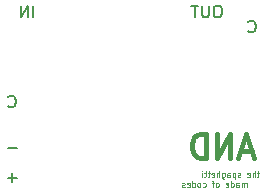
<source format=gbo>
G04 #@! TF.GenerationSoftware,KiCad,Pcbnew,(5.1.6)-1*
G04 #@! TF.CreationDate,2020-05-31T11:46:44+09:00*
G04 #@! TF.ProjectId,AND,414e442e-6b69-4636-9164-5f7063625858,rev?*
G04 #@! TF.SameCoordinates,Original*
G04 #@! TF.FileFunction,Legend,Bot*
G04 #@! TF.FilePolarity,Positive*
%FSLAX46Y46*%
G04 Gerber Fmt 4.6, Leading zero omitted, Abs format (unit mm)*
G04 Created by KiCad (PCBNEW (5.1.6)-1) date 2020-05-31 11:46:44*
%MOMM*%
%LPD*%
G01*
G04 APERTURE LIST*
%ADD10C,0.400000*%
%ADD11C,0.200000*%
%ADD12C,0.100000*%
G04 APERTURE END LIST*
D10*
X160003809Y-84153333D02*
X159051428Y-84153333D01*
X160194285Y-84724761D02*
X159527619Y-82724761D01*
X158860952Y-84724761D01*
X158194285Y-84724761D02*
X158194285Y-82724761D01*
X157051428Y-84724761D01*
X157051428Y-82724761D01*
X156099047Y-84724761D02*
X156099047Y-82724761D01*
X155622857Y-82724761D01*
X155337142Y-82820000D01*
X155146666Y-83010476D01*
X155051428Y-83200952D01*
X154956190Y-83581904D01*
X154956190Y-83867619D01*
X155051428Y-84248571D01*
X155146666Y-84439047D01*
X155337142Y-84629523D01*
X155622857Y-84724761D01*
X156099047Y-84724761D01*
D11*
X139390476Y-80367142D02*
X139438095Y-80414761D01*
X139580952Y-80462380D01*
X139676190Y-80462380D01*
X139819047Y-80414761D01*
X139914285Y-80319523D01*
X139961904Y-80224285D01*
X140009523Y-80033809D01*
X140009523Y-79890952D01*
X139961904Y-79700476D01*
X139914285Y-79605238D01*
X139819047Y-79510000D01*
X139676190Y-79462380D01*
X139580952Y-79462380D01*
X139438095Y-79510000D01*
X139390476Y-79557619D01*
X139319047Y-83891428D02*
X140080952Y-83891428D01*
X139319047Y-86431428D02*
X140080952Y-86431428D01*
X139700000Y-86812380D02*
X139700000Y-86050476D01*
X159710476Y-74017142D02*
X159758095Y-74064761D01*
X159900952Y-74112380D01*
X159996190Y-74112380D01*
X160139047Y-74064761D01*
X160234285Y-73969523D01*
X160281904Y-73874285D01*
X160329523Y-73683809D01*
X160329523Y-73540952D01*
X160281904Y-73350476D01*
X160234285Y-73255238D01*
X160139047Y-73160000D01*
X159996190Y-73112380D01*
X159900952Y-73112380D01*
X159758095Y-73160000D01*
X159710476Y-73207619D01*
D12*
X160632857Y-86007857D02*
X160442380Y-86007857D01*
X160561428Y-85841190D02*
X160561428Y-86269761D01*
X160537619Y-86317380D01*
X160490000Y-86341190D01*
X160442380Y-86341190D01*
X160275714Y-86341190D02*
X160275714Y-85841190D01*
X160061428Y-86341190D02*
X160061428Y-86079285D01*
X160085238Y-86031666D01*
X160132857Y-86007857D01*
X160204285Y-86007857D01*
X160251904Y-86031666D01*
X160275714Y-86055476D01*
X159632857Y-86317380D02*
X159680476Y-86341190D01*
X159775714Y-86341190D01*
X159823333Y-86317380D01*
X159847142Y-86269761D01*
X159847142Y-86079285D01*
X159823333Y-86031666D01*
X159775714Y-86007857D01*
X159680476Y-86007857D01*
X159632857Y-86031666D01*
X159609047Y-86079285D01*
X159609047Y-86126904D01*
X159847142Y-86174523D01*
X159037619Y-86317380D02*
X158990000Y-86341190D01*
X158894761Y-86341190D01*
X158847142Y-86317380D01*
X158823333Y-86269761D01*
X158823333Y-86245952D01*
X158847142Y-86198333D01*
X158894761Y-86174523D01*
X158966190Y-86174523D01*
X159013809Y-86150714D01*
X159037619Y-86103095D01*
X159037619Y-86079285D01*
X159013809Y-86031666D01*
X158966190Y-86007857D01*
X158894761Y-86007857D01*
X158847142Y-86031666D01*
X158609047Y-86007857D02*
X158609047Y-86507857D01*
X158609047Y-86031666D02*
X158561428Y-86007857D01*
X158466190Y-86007857D01*
X158418571Y-86031666D01*
X158394761Y-86055476D01*
X158370952Y-86103095D01*
X158370952Y-86245952D01*
X158394761Y-86293571D01*
X158418571Y-86317380D01*
X158466190Y-86341190D01*
X158561428Y-86341190D01*
X158609047Y-86317380D01*
X157942380Y-86341190D02*
X157942380Y-86079285D01*
X157966190Y-86031666D01*
X158013809Y-86007857D01*
X158109047Y-86007857D01*
X158156666Y-86031666D01*
X157942380Y-86317380D02*
X157990000Y-86341190D01*
X158109047Y-86341190D01*
X158156666Y-86317380D01*
X158180476Y-86269761D01*
X158180476Y-86222142D01*
X158156666Y-86174523D01*
X158109047Y-86150714D01*
X157990000Y-86150714D01*
X157942380Y-86126904D01*
X157490000Y-86007857D02*
X157490000Y-86412619D01*
X157513809Y-86460238D01*
X157537619Y-86484047D01*
X157585238Y-86507857D01*
X157656666Y-86507857D01*
X157704285Y-86484047D01*
X157490000Y-86317380D02*
X157537619Y-86341190D01*
X157632857Y-86341190D01*
X157680476Y-86317380D01*
X157704285Y-86293571D01*
X157728095Y-86245952D01*
X157728095Y-86103095D01*
X157704285Y-86055476D01*
X157680476Y-86031666D01*
X157632857Y-86007857D01*
X157537619Y-86007857D01*
X157490000Y-86031666D01*
X157251904Y-86341190D02*
X157251904Y-85841190D01*
X157037619Y-86341190D02*
X157037619Y-86079285D01*
X157061428Y-86031666D01*
X157109047Y-86007857D01*
X157180476Y-86007857D01*
X157228095Y-86031666D01*
X157251904Y-86055476D01*
X156609047Y-86317380D02*
X156656666Y-86341190D01*
X156751904Y-86341190D01*
X156799523Y-86317380D01*
X156823333Y-86269761D01*
X156823333Y-86079285D01*
X156799523Y-86031666D01*
X156751904Y-86007857D01*
X156656666Y-86007857D01*
X156609047Y-86031666D01*
X156585238Y-86079285D01*
X156585238Y-86126904D01*
X156823333Y-86174523D01*
X156442380Y-86007857D02*
X156251904Y-86007857D01*
X156370952Y-85841190D02*
X156370952Y-86269761D01*
X156347142Y-86317380D01*
X156299523Y-86341190D01*
X156251904Y-86341190D01*
X156156666Y-86007857D02*
X155966190Y-86007857D01*
X156085238Y-85841190D02*
X156085238Y-86269761D01*
X156061428Y-86317380D01*
X156013809Y-86341190D01*
X155966190Y-86341190D01*
X155799523Y-86341190D02*
X155799523Y-86007857D01*
X155799523Y-85841190D02*
X155823333Y-85865000D01*
X155799523Y-85888809D01*
X155775714Y-85865000D01*
X155799523Y-85841190D01*
X155799523Y-85888809D01*
X159561428Y-87191190D02*
X159561428Y-86857857D01*
X159561428Y-86905476D02*
X159537619Y-86881666D01*
X159490000Y-86857857D01*
X159418571Y-86857857D01*
X159370952Y-86881666D01*
X159347142Y-86929285D01*
X159347142Y-87191190D01*
X159347142Y-86929285D02*
X159323333Y-86881666D01*
X159275714Y-86857857D01*
X159204285Y-86857857D01*
X159156666Y-86881666D01*
X159132857Y-86929285D01*
X159132857Y-87191190D01*
X158680476Y-87191190D02*
X158680476Y-86929285D01*
X158704285Y-86881666D01*
X158751904Y-86857857D01*
X158847142Y-86857857D01*
X158894761Y-86881666D01*
X158680476Y-87167380D02*
X158728095Y-87191190D01*
X158847142Y-87191190D01*
X158894761Y-87167380D01*
X158918571Y-87119761D01*
X158918571Y-87072142D01*
X158894761Y-87024523D01*
X158847142Y-87000714D01*
X158728095Y-87000714D01*
X158680476Y-86976904D01*
X158228095Y-87191190D02*
X158228095Y-86691190D01*
X158228095Y-87167380D02*
X158275714Y-87191190D01*
X158370952Y-87191190D01*
X158418571Y-87167380D01*
X158442380Y-87143571D01*
X158466190Y-87095952D01*
X158466190Y-86953095D01*
X158442380Y-86905476D01*
X158418571Y-86881666D01*
X158370952Y-86857857D01*
X158275714Y-86857857D01*
X158228095Y-86881666D01*
X157799523Y-87167380D02*
X157847142Y-87191190D01*
X157942380Y-87191190D01*
X157990000Y-87167380D01*
X158013809Y-87119761D01*
X158013809Y-86929285D01*
X157990000Y-86881666D01*
X157942380Y-86857857D01*
X157847142Y-86857857D01*
X157799523Y-86881666D01*
X157775714Y-86929285D01*
X157775714Y-86976904D01*
X158013809Y-87024523D01*
X157109047Y-87191190D02*
X157156666Y-87167380D01*
X157180476Y-87143571D01*
X157204285Y-87095952D01*
X157204285Y-86953095D01*
X157180476Y-86905476D01*
X157156666Y-86881666D01*
X157109047Y-86857857D01*
X157037619Y-86857857D01*
X156990000Y-86881666D01*
X156966190Y-86905476D01*
X156942380Y-86953095D01*
X156942380Y-87095952D01*
X156966190Y-87143571D01*
X156990000Y-87167380D01*
X157037619Y-87191190D01*
X157109047Y-87191190D01*
X156799523Y-86857857D02*
X156609047Y-86857857D01*
X156728095Y-87191190D02*
X156728095Y-86762619D01*
X156704285Y-86715000D01*
X156656666Y-86691190D01*
X156609047Y-86691190D01*
X155847142Y-87167380D02*
X155894761Y-87191190D01*
X155990000Y-87191190D01*
X156037619Y-87167380D01*
X156061428Y-87143571D01*
X156085238Y-87095952D01*
X156085238Y-86953095D01*
X156061428Y-86905476D01*
X156037619Y-86881666D01*
X155990000Y-86857857D01*
X155894761Y-86857857D01*
X155847142Y-86881666D01*
X155561428Y-87191190D02*
X155609047Y-87167380D01*
X155632857Y-87143571D01*
X155656666Y-87095952D01*
X155656666Y-86953095D01*
X155632857Y-86905476D01*
X155609047Y-86881666D01*
X155561428Y-86857857D01*
X155490000Y-86857857D01*
X155442380Y-86881666D01*
X155418571Y-86905476D01*
X155394761Y-86953095D01*
X155394761Y-87095952D01*
X155418571Y-87143571D01*
X155442380Y-87167380D01*
X155490000Y-87191190D01*
X155561428Y-87191190D01*
X154966190Y-87191190D02*
X154966190Y-86691190D01*
X154966190Y-87167380D02*
X155013809Y-87191190D01*
X155109047Y-87191190D01*
X155156666Y-87167380D01*
X155180476Y-87143571D01*
X155204285Y-87095952D01*
X155204285Y-86953095D01*
X155180476Y-86905476D01*
X155156666Y-86881666D01*
X155109047Y-86857857D01*
X155013809Y-86857857D01*
X154966190Y-86881666D01*
X154537619Y-87167380D02*
X154585238Y-87191190D01*
X154680476Y-87191190D01*
X154728095Y-87167380D01*
X154751904Y-87119761D01*
X154751904Y-86929285D01*
X154728095Y-86881666D01*
X154680476Y-86857857D01*
X154585238Y-86857857D01*
X154537619Y-86881666D01*
X154513809Y-86929285D01*
X154513809Y-86976904D01*
X154751904Y-87024523D01*
X154323333Y-87167380D02*
X154275714Y-87191190D01*
X154180476Y-87191190D01*
X154132857Y-87167380D01*
X154109047Y-87119761D01*
X154109047Y-87095952D01*
X154132857Y-87048333D01*
X154180476Y-87024523D01*
X154251904Y-87024523D01*
X154299523Y-87000714D01*
X154323333Y-86953095D01*
X154323333Y-86929285D01*
X154299523Y-86881666D01*
X154251904Y-86857857D01*
X154180476Y-86857857D01*
X154132857Y-86881666D01*
D11*
X157210000Y-71842380D02*
X157019523Y-71842380D01*
X156924285Y-71890000D01*
X156829047Y-71985238D01*
X156781428Y-72175714D01*
X156781428Y-72509047D01*
X156829047Y-72699523D01*
X156924285Y-72794761D01*
X157019523Y-72842380D01*
X157210000Y-72842380D01*
X157305238Y-72794761D01*
X157400476Y-72699523D01*
X157448095Y-72509047D01*
X157448095Y-72175714D01*
X157400476Y-71985238D01*
X157305238Y-71890000D01*
X157210000Y-71842380D01*
X156352857Y-71842380D02*
X156352857Y-72651904D01*
X156305238Y-72747142D01*
X156257619Y-72794761D01*
X156162380Y-72842380D01*
X155971904Y-72842380D01*
X155876666Y-72794761D01*
X155829047Y-72747142D01*
X155781428Y-72651904D01*
X155781428Y-71842380D01*
X155448095Y-71842380D02*
X154876666Y-71842380D01*
X155162380Y-72842380D02*
X155162380Y-71842380D01*
X141493809Y-72842380D02*
X141493809Y-71842380D01*
X141017619Y-72842380D02*
X141017619Y-71842380D01*
X140446190Y-72842380D01*
X140446190Y-71842380D01*
M02*

</source>
